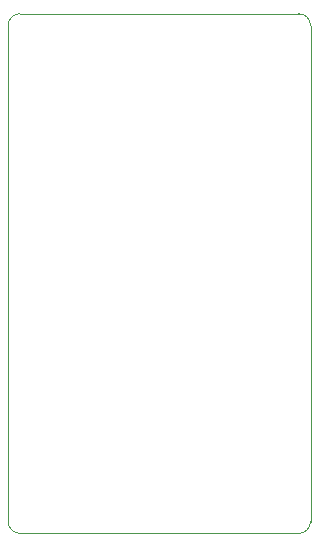
<source format=gbr>
%TF.GenerationSoftware,KiCad,Pcbnew,9.0.0*%
%TF.CreationDate,2025-03-25T17:20:35-03:00*%
%TF.ProjectId,IOExtender,494f4578-7465-46e6-9465-722e6b696361,1.1*%
%TF.SameCoordinates,Original*%
%TF.FileFunction,Profile,NP*%
%FSLAX46Y46*%
G04 Gerber Fmt 4.6, Leading zero omitted, Abs format (unit mm)*
G04 Created by KiCad (PCBNEW 9.0.0) date 2025-03-25 17:20:35*
%MOMM*%
%LPD*%
G01*
G04 APERTURE LIST*
%TA.AperFunction,Profile*%
%ADD10C,0.100000*%
%TD*%
G04 APERTURE END LIST*
D10*
X114500000Y-125000000D02*
G75*
G02*
X113500000Y-124000000I0J1000000D01*
G01*
X139100000Y-124000000D02*
G75*
G02*
X138100000Y-125000000I-1000000J0D01*
G01*
X139100000Y-82000000D02*
X139100000Y-124000000D01*
X114500000Y-81000000D02*
X138100000Y-81000000D01*
X138100000Y-81000000D02*
G75*
G02*
X139100000Y-82000000I0J-1000000D01*
G01*
X113500000Y-124000000D02*
X113500000Y-82000000D01*
X138100000Y-125000000D02*
X114500000Y-125000000D01*
X113500000Y-82000000D02*
G75*
G02*
X114500000Y-81000000I1000000J0D01*
G01*
M02*

</source>
